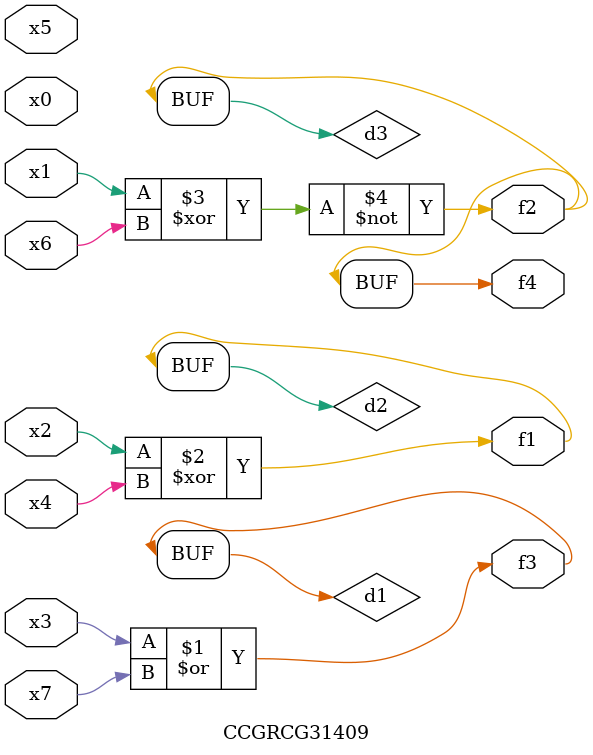
<source format=v>
module CCGRCG31409(
	input x0, x1, x2, x3, x4, x5, x6, x7,
	output f1, f2, f3, f4
);

	wire d1, d2, d3;

	or (d1, x3, x7);
	xor (d2, x2, x4);
	xnor (d3, x1, x6);
	assign f1 = d2;
	assign f2 = d3;
	assign f3 = d1;
	assign f4 = d3;
endmodule

</source>
